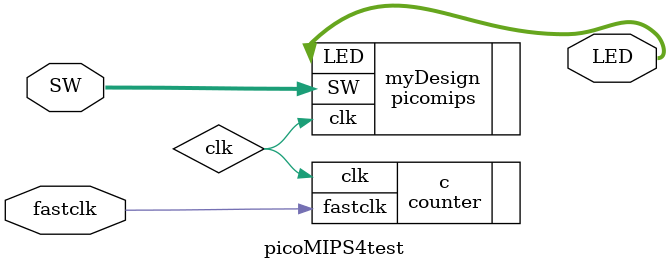
<source format=sv>
module picoMIPS4test#(parameter n = 8,
					parameter Psize = 6, 
					parameter Isize = 24 
				) 
				(
				input logic fastclk,  // 50MHz Altera DE0 clock
				input logic [9:0] SW, // Switches SW0..SW9
				output logic [7:0] LED); // LEDs
  
  logic clk; // slow clock, about 10Hz
  
  counter  c (.fastclk(fastclk),.clk(clk)); // slow clk from counter
  
  // to obtain the cost figure, synthesise your design without the counter 
  // and the picoMIPS4test module using Cyclone IV E as target
  // and make a note of the synthesis statistics
  picomips #(.n(n),
			.Psize(Psize),
			.Isize(Isize)
			) 
			myDesign  
			(.clk(clk), .SW(SW),.LED(LED));
  
endmodule  
</source>
